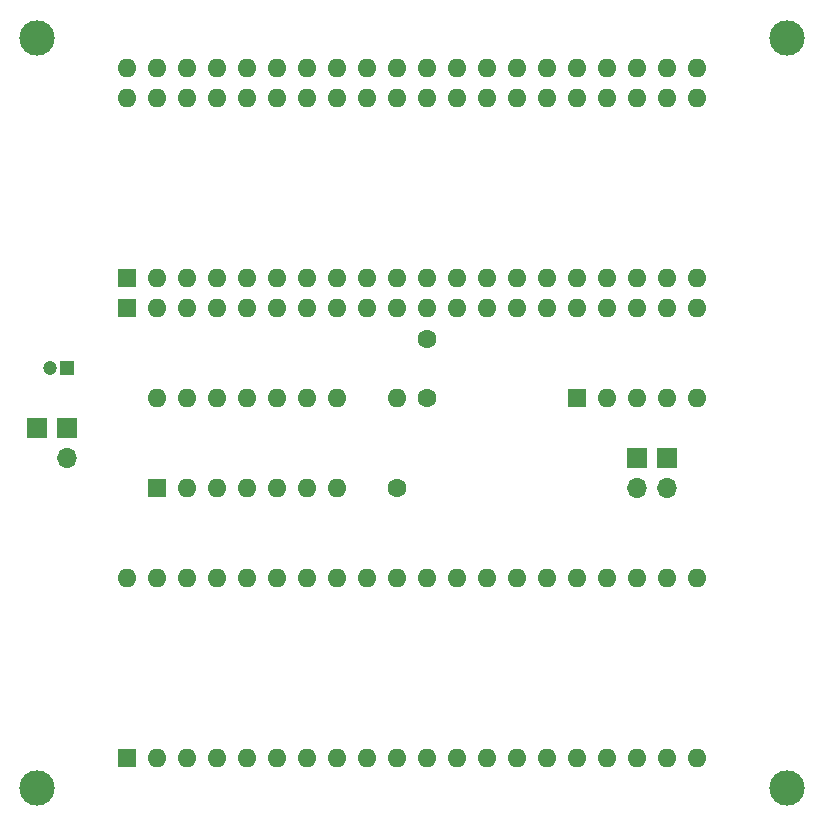
<source format=gbr>
%TF.GenerationSoftware,KiCad,Pcbnew,7.0.2*%
%TF.CreationDate,2023-06-26T15:47:55+09:00*%
%TF.ProjectId,TangNanoZ80MEM,54616e67-4e61-46e6-9f5a-38304d454d2e,rev?*%
%TF.SameCoordinates,Original*%
%TF.FileFunction,Soldermask,Bot*%
%TF.FilePolarity,Negative*%
%FSLAX46Y46*%
G04 Gerber Fmt 4.6, Leading zero omitted, Abs format (unit mm)*
G04 Created by KiCad (PCBNEW 7.0.2) date 2023-06-26 15:47:55*
%MOMM*%
%LPD*%
G01*
G04 APERTURE LIST*
%ADD10R,1.600000X1.600000*%
%ADD11O,1.600000X1.600000*%
%ADD12C,3.000000*%
%ADD13R,1.700000X1.700000*%
%ADD14O,1.700000X1.700000*%
%ADD15R,1.200000X1.200000*%
%ADD16C,1.200000*%
%ADD17C,1.600000*%
G04 APERTURE END LIST*
D10*
%TO.C,J2*%
X12700000Y-66040000D03*
D11*
X15240000Y-66040000D03*
X17780000Y-66040000D03*
X20320000Y-66040000D03*
X22860000Y-66040000D03*
X25400000Y-66040000D03*
X27940000Y-66040000D03*
X30480000Y-66040000D03*
X33020000Y-66040000D03*
X35560000Y-66040000D03*
X38100000Y-66040000D03*
X40640000Y-66040000D03*
X43180000Y-66040000D03*
X45720000Y-66040000D03*
X48260000Y-66040000D03*
X50800000Y-66040000D03*
X53340000Y-66040000D03*
X55880000Y-66040000D03*
X58420000Y-66040000D03*
X60960000Y-66040000D03*
X60960000Y-50800000D03*
X58420000Y-50800000D03*
X55880000Y-50800000D03*
X53340000Y-50800000D03*
X50800000Y-50800000D03*
X48260000Y-50800000D03*
X45720000Y-50800000D03*
X43180000Y-50800000D03*
X40640000Y-50800000D03*
X38100000Y-50800000D03*
X35560000Y-50800000D03*
X33020000Y-50800000D03*
X30480000Y-50800000D03*
X27940000Y-50800000D03*
X25400000Y-50800000D03*
X22860000Y-50800000D03*
X20320000Y-50800000D03*
X17780000Y-50800000D03*
X15240000Y-50800000D03*
X12700000Y-50800000D03*
%TD*%
D12*
%TO.C,REF\u002A\u002A*%
X68580000Y-68580000D03*
%TD*%
D13*
%TO.C,J5*%
X55880000Y-40640000D03*
D14*
X55880000Y-43180000D03*
%TD*%
D13*
%TO.C,J6*%
X58420000Y-40640000D03*
D14*
X58420000Y-43180000D03*
%TD*%
D13*
%TO.C,J3*%
X7620000Y-38100000D03*
D14*
X7620000Y-40640000D03*
%TD*%
D10*
%TO.C,RN1*%
X50800000Y-35560000D03*
D11*
X53340000Y-35560000D03*
X55880000Y-35560000D03*
X58420000Y-35560000D03*
X60960000Y-35560000D03*
%TD*%
D10*
%TO.C,U2*%
X15240000Y-43180000D03*
D11*
X17780000Y-43180000D03*
X20320000Y-43180000D03*
X22860000Y-43180000D03*
X25400000Y-43180000D03*
X27940000Y-43180000D03*
X30480000Y-43180000D03*
X30480000Y-35560000D03*
X27940000Y-35560000D03*
X25400000Y-35560000D03*
X22860000Y-35560000D03*
X20320000Y-35560000D03*
X17780000Y-35560000D03*
X15240000Y-35560000D03*
%TD*%
D12*
%TO.C,REF\u002A\u002A*%
X5080000Y-5080000D03*
%TD*%
D15*
%TO.C,C2*%
X7620000Y-33020000D03*
D16*
X6120000Y-33020000D03*
%TD*%
D17*
%TO.C,R1*%
X35560000Y-43180000D03*
D11*
X35560000Y-35560000D03*
%TD*%
D10*
%TO.C,J1*%
X12700000Y-27940000D03*
D11*
X15240000Y-27940000D03*
X17780000Y-27940000D03*
X20320000Y-27940000D03*
X22860000Y-27940000D03*
X25400000Y-27940000D03*
X27940000Y-27940000D03*
X30480000Y-27940000D03*
X33020000Y-27940000D03*
X35560000Y-27940000D03*
X38100000Y-27940000D03*
X40640000Y-27940000D03*
X43180000Y-27940000D03*
X45720000Y-27940000D03*
X48260000Y-27940000D03*
X50800000Y-27940000D03*
X53340000Y-27940000D03*
X55880000Y-27940000D03*
X58420000Y-27940000D03*
X60960000Y-27940000D03*
X60960000Y-7620000D03*
X58420000Y-7620000D03*
X55880000Y-7620000D03*
X53340000Y-7620000D03*
X50800000Y-7620000D03*
X48260000Y-7620000D03*
X45720000Y-7620000D03*
X43180000Y-7620000D03*
X40640000Y-7620000D03*
X38100000Y-7620000D03*
X35560000Y-7620000D03*
X33020000Y-7620000D03*
X30480000Y-7620000D03*
X27940000Y-7620000D03*
X25400000Y-7620000D03*
X22860000Y-7620000D03*
X20320000Y-7620000D03*
X17780000Y-7620000D03*
X15240000Y-7620000D03*
X12700000Y-7620000D03*
%TD*%
D13*
%TO.C,J4*%
X5080000Y-38100000D03*
%TD*%
D17*
%TO.C,C1*%
X38100000Y-30560000D03*
X38100000Y-35560000D03*
%TD*%
D12*
%TO.C,REF\u002A\u002A*%
X5080000Y-68580000D03*
%TD*%
D10*
%TO.C,U1*%
X12700000Y-25400000D03*
D11*
X15240000Y-25400000D03*
X17780000Y-25400000D03*
X20320000Y-25400000D03*
X22860000Y-25400000D03*
X25400000Y-25400000D03*
X27940000Y-25400000D03*
X30480000Y-25400000D03*
X33020000Y-25400000D03*
X35560000Y-25400000D03*
X38100000Y-25400000D03*
X40640000Y-25400000D03*
X43180000Y-25400000D03*
X45720000Y-25400000D03*
X48260000Y-25400000D03*
X50800000Y-25400000D03*
X53340000Y-25400000D03*
X55880000Y-25400000D03*
X58420000Y-25400000D03*
X60960000Y-25400000D03*
X60960000Y-10160000D03*
X58420000Y-10160000D03*
X55880000Y-10160000D03*
X53340000Y-10160000D03*
X50800000Y-10160000D03*
X48260000Y-10160000D03*
X45720000Y-10160000D03*
X43180000Y-10160000D03*
X40640000Y-10160000D03*
X38100000Y-10160000D03*
X35560000Y-10160000D03*
X33020000Y-10160000D03*
X30480000Y-10160000D03*
X27940000Y-10160000D03*
X25400000Y-10160000D03*
X22860000Y-10160000D03*
X20320000Y-10160000D03*
X17780000Y-10160000D03*
X15240000Y-10160000D03*
X12700000Y-10160000D03*
%TD*%
D12*
%TO.C,REF\u002A\u002A*%
X68580000Y-5080000D03*
%TD*%
M02*

</source>
